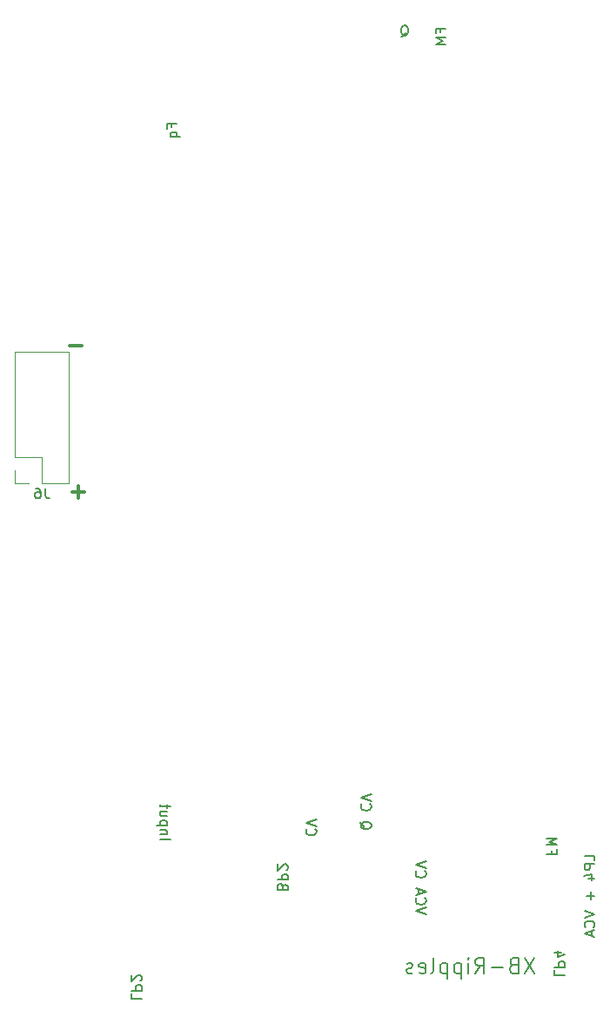
<source format=gbr>
G04 #@! TF.GenerationSoftware,KiCad,Pcbnew,(5.1.0)-1*
G04 #@! TF.CreationDate,2019-04-02T22:50:19-04:00*
G04 #@! TF.ProjectId,ripples,72697070-6c65-4732-9e6b-696361645f70,rev?*
G04 #@! TF.SameCoordinates,Original*
G04 #@! TF.FileFunction,Legend,Bot*
G04 #@! TF.FilePolarity,Positive*
%FSLAX46Y46*%
G04 Gerber Fmt 4.6, Leading zero omitted, Abs format (unit mm)*
G04 Created by KiCad (PCBNEW (5.1.0)-1) date 2019-04-02 22:50:19*
%MOMM*%
%LPD*%
G04 APERTURE LIST*
%ADD10C,0.150000*%
%ADD11C,0.200000*%
%ADD12C,0.300000*%
%ADD13C,0.120000*%
G04 APERTURE END LIST*
D10*
X105100380Y-129691238D02*
X105100380Y-129215047D01*
X104100380Y-129215047D01*
X105100380Y-130024571D02*
X104100380Y-130024571D01*
X104100380Y-130405523D01*
X104148000Y-130500761D01*
X104195619Y-130548380D01*
X104290857Y-130596000D01*
X104433714Y-130596000D01*
X104528952Y-130548380D01*
X104576571Y-130500761D01*
X104624190Y-130405523D01*
X104624190Y-130024571D01*
X104433714Y-131453142D02*
X105100380Y-131453142D01*
X104052761Y-131215047D02*
X104767047Y-130976952D01*
X104767047Y-131596000D01*
X104719428Y-132738857D02*
X104719428Y-133500761D01*
X105100380Y-133119809D02*
X104338476Y-133119809D01*
X104100380Y-134596000D02*
X105100380Y-134929333D01*
X104100380Y-135262666D01*
X105005142Y-136167428D02*
X105052761Y-136119809D01*
X105100380Y-135976952D01*
X105100380Y-135881714D01*
X105052761Y-135738857D01*
X104957523Y-135643619D01*
X104862285Y-135596000D01*
X104671809Y-135548380D01*
X104528952Y-135548380D01*
X104338476Y-135596000D01*
X104243238Y-135643619D01*
X104148000Y-135738857D01*
X104100380Y-135881714D01*
X104100380Y-135976952D01*
X104148000Y-136119809D01*
X104195619Y-136167428D01*
X104814666Y-136548380D02*
X104814666Y-137024571D01*
X105100380Y-136453142D02*
X104100380Y-136786476D01*
X105100380Y-137119809D01*
X74747428Y-132222761D02*
X74699809Y-132079904D01*
X74652190Y-132032285D01*
X74556952Y-131984666D01*
X74414095Y-131984666D01*
X74318857Y-132032285D01*
X74271238Y-132079904D01*
X74223619Y-132175142D01*
X74223619Y-132556095D01*
X75223619Y-132556095D01*
X75223619Y-132222761D01*
X75176000Y-132127523D01*
X75128380Y-132079904D01*
X75033142Y-132032285D01*
X74937904Y-132032285D01*
X74842666Y-132079904D01*
X74795047Y-132127523D01*
X74747428Y-132222761D01*
X74747428Y-132556095D01*
X74223619Y-131556095D02*
X75223619Y-131556095D01*
X75223619Y-131175142D01*
X75176000Y-131079904D01*
X75128380Y-131032285D01*
X75033142Y-130984666D01*
X74890285Y-130984666D01*
X74795047Y-131032285D01*
X74747428Y-131079904D01*
X74699809Y-131175142D01*
X74699809Y-131556095D01*
X75128380Y-130603714D02*
X75176000Y-130556095D01*
X75223619Y-130460857D01*
X75223619Y-130222761D01*
X75176000Y-130127523D01*
X75128380Y-130079904D01*
X75033142Y-130032285D01*
X74937904Y-130032285D01*
X74795047Y-130079904D01*
X74223619Y-130651333D01*
X74223619Y-130032285D01*
X88685619Y-134905428D02*
X87685619Y-134572095D01*
X88685619Y-134238761D01*
X87780857Y-133334000D02*
X87733238Y-133381619D01*
X87685619Y-133524476D01*
X87685619Y-133619714D01*
X87733238Y-133762571D01*
X87828476Y-133857809D01*
X87923714Y-133905428D01*
X88114190Y-133953047D01*
X88257047Y-133953047D01*
X88447523Y-133905428D01*
X88542761Y-133857809D01*
X88638000Y-133762571D01*
X88685619Y-133619714D01*
X88685619Y-133524476D01*
X88638000Y-133381619D01*
X88590380Y-133334000D01*
X87971333Y-132953047D02*
X87971333Y-132476857D01*
X87685619Y-133048285D02*
X88685619Y-132714952D01*
X87685619Y-132381619D01*
X87780857Y-130714952D02*
X87733238Y-130762571D01*
X87685619Y-130905428D01*
X87685619Y-131000666D01*
X87733238Y-131143523D01*
X87828476Y-131238761D01*
X87923714Y-131286380D01*
X88114190Y-131334000D01*
X88257047Y-131334000D01*
X88447523Y-131286380D01*
X88542761Y-131238761D01*
X88638000Y-131143523D01*
X88685619Y-131000666D01*
X88685619Y-130905428D01*
X88638000Y-130762571D01*
X88590380Y-130714952D01*
X88685619Y-130429238D02*
X87685619Y-130095904D01*
X88685619Y-129762571D01*
X101147619Y-140366666D02*
X101147619Y-140842857D01*
X102147619Y-140842857D01*
X101147619Y-140033333D02*
X102147619Y-140033333D01*
X102147619Y-139652380D01*
X102100000Y-139557142D01*
X102052380Y-139509523D01*
X101957142Y-139461904D01*
X101814285Y-139461904D01*
X101719047Y-139509523D01*
X101671428Y-139557142D01*
X101623809Y-139652380D01*
X101623809Y-140033333D01*
X101814285Y-138604761D02*
X101147619Y-138604761D01*
X102195238Y-138842857D02*
X101480952Y-139080952D01*
X101480952Y-138461904D01*
X59999619Y-142652666D02*
X59999619Y-143128857D01*
X60999619Y-143128857D01*
X59999619Y-142319333D02*
X60999619Y-142319333D01*
X60999619Y-141938380D01*
X60952000Y-141843142D01*
X60904380Y-141795523D01*
X60809142Y-141747904D01*
X60666285Y-141747904D01*
X60571047Y-141795523D01*
X60523428Y-141843142D01*
X60475809Y-141938380D01*
X60475809Y-142319333D01*
X60904380Y-141366952D02*
X60952000Y-141319333D01*
X60999619Y-141224095D01*
X60999619Y-140986000D01*
X60952000Y-140890761D01*
X60904380Y-140843142D01*
X60809142Y-140795523D01*
X60713904Y-140795523D01*
X60571047Y-140843142D01*
X59999619Y-141414571D01*
X59999619Y-140795523D01*
X100909428Y-128698571D02*
X100909428Y-129031904D01*
X100385619Y-129031904D02*
X101385619Y-129031904D01*
X101385619Y-128555714D01*
X100385619Y-128174761D02*
X101385619Y-128174761D01*
X100671333Y-127841428D01*
X101385619Y-127508095D01*
X100385619Y-127508095D01*
X82256380Y-125896571D02*
X82304000Y-125991809D01*
X82399238Y-126087047D01*
X82542095Y-126229904D01*
X82589714Y-126325142D01*
X82589714Y-126420380D01*
X82351619Y-126372761D02*
X82399238Y-126468000D01*
X82494476Y-126563238D01*
X82684952Y-126610857D01*
X83018285Y-126610857D01*
X83208761Y-126563238D01*
X83304000Y-126468000D01*
X83351619Y-126372761D01*
X83351619Y-126182285D01*
X83304000Y-126087047D01*
X83208761Y-125991809D01*
X83018285Y-125944190D01*
X82684952Y-125944190D01*
X82494476Y-125991809D01*
X82399238Y-126087047D01*
X82351619Y-126182285D01*
X82351619Y-126372761D01*
X82446857Y-124182285D02*
X82399238Y-124229904D01*
X82351619Y-124372761D01*
X82351619Y-124468000D01*
X82399238Y-124610857D01*
X82494476Y-124706095D01*
X82589714Y-124753714D01*
X82780190Y-124801333D01*
X82923047Y-124801333D01*
X83113523Y-124753714D01*
X83208761Y-124706095D01*
X83304000Y-124610857D01*
X83351619Y-124468000D01*
X83351619Y-124372761D01*
X83304000Y-124229904D01*
X83256380Y-124182285D01*
X83351619Y-123896571D02*
X82351619Y-123563238D01*
X83351619Y-123229904D01*
X77112857Y-126611047D02*
X77065238Y-126658666D01*
X77017619Y-126801523D01*
X77017619Y-126896761D01*
X77065238Y-127039619D01*
X77160476Y-127134857D01*
X77255714Y-127182476D01*
X77446190Y-127230095D01*
X77589047Y-127230095D01*
X77779523Y-127182476D01*
X77874761Y-127134857D01*
X77970000Y-127039619D01*
X78017619Y-126896761D01*
X78017619Y-126801523D01*
X77970000Y-126658666D01*
X77922380Y-126611047D01*
X78017619Y-126325333D02*
X77017619Y-125992000D01*
X78017619Y-125658666D01*
X62793619Y-127626857D02*
X63793619Y-127626857D01*
X63460285Y-127150666D02*
X62793619Y-127150666D01*
X63365047Y-127150666D02*
X63412666Y-127103047D01*
X63460285Y-127007809D01*
X63460285Y-126864952D01*
X63412666Y-126769714D01*
X63317428Y-126722095D01*
X62793619Y-126722095D01*
X63460285Y-126245904D02*
X62460285Y-126245904D01*
X63412666Y-126245904D02*
X63460285Y-126150666D01*
X63460285Y-125960190D01*
X63412666Y-125864952D01*
X63365047Y-125817333D01*
X63269809Y-125769714D01*
X62984095Y-125769714D01*
X62888857Y-125817333D01*
X62841238Y-125864952D01*
X62793619Y-125960190D01*
X62793619Y-126150666D01*
X62841238Y-126245904D01*
X63460285Y-124912571D02*
X62793619Y-124912571D01*
X63460285Y-125341142D02*
X62936476Y-125341142D01*
X62841238Y-125293523D01*
X62793619Y-125198285D01*
X62793619Y-125055428D01*
X62841238Y-124960190D01*
X62888857Y-124912571D01*
X63460285Y-124579238D02*
X63460285Y-124198285D01*
X63793619Y-124436380D02*
X62936476Y-124436380D01*
X62841238Y-124388761D01*
X62793619Y-124293523D01*
X62793619Y-124198285D01*
X90098571Y-49101428D02*
X90098571Y-48768095D01*
X90622380Y-48768095D02*
X89622380Y-48768095D01*
X89622380Y-49244285D01*
X90622380Y-49625238D02*
X89622380Y-49625238D01*
X90336666Y-49958571D01*
X89622380Y-50291904D01*
X90622380Y-50291904D01*
X86233047Y-49569619D02*
X86328285Y-49522000D01*
X86423523Y-49426761D01*
X86566380Y-49283904D01*
X86661619Y-49236285D01*
X86756857Y-49236285D01*
X86709238Y-49474380D02*
X86804476Y-49426761D01*
X86899714Y-49331523D01*
X86947333Y-49141047D01*
X86947333Y-48807714D01*
X86899714Y-48617238D01*
X86804476Y-48522000D01*
X86709238Y-48474380D01*
X86518761Y-48474380D01*
X86423523Y-48522000D01*
X86328285Y-48617238D01*
X86280666Y-48807714D01*
X86280666Y-49141047D01*
X86328285Y-49331523D01*
X86423523Y-49426761D01*
X86518761Y-49474380D01*
X86709238Y-49474380D01*
X63936571Y-58364476D02*
X63936571Y-58031142D01*
X64460380Y-58031142D02*
X63460380Y-58031142D01*
X63460380Y-58507333D01*
X63793714Y-59316857D02*
X64793714Y-59316857D01*
X64412761Y-59316857D02*
X64460380Y-59221619D01*
X64460380Y-59031142D01*
X64412761Y-58935904D01*
X64365142Y-58888285D01*
X64269904Y-58840666D01*
X63984190Y-58840666D01*
X63888952Y-58888285D01*
X63841333Y-58935904D01*
X63793714Y-59031142D01*
X63793714Y-59221619D01*
X63841333Y-59316857D01*
D11*
X99249714Y-139132571D02*
X98249714Y-140632571D01*
X98249714Y-139132571D02*
X99249714Y-140632571D01*
X97178285Y-139846857D02*
X96964000Y-139918285D01*
X96892571Y-139989714D01*
X96821142Y-140132571D01*
X96821142Y-140346857D01*
X96892571Y-140489714D01*
X96964000Y-140561142D01*
X97106857Y-140632571D01*
X97678285Y-140632571D01*
X97678285Y-139132571D01*
X97178285Y-139132571D01*
X97035428Y-139204000D01*
X96964000Y-139275428D01*
X96892571Y-139418285D01*
X96892571Y-139561142D01*
X96964000Y-139704000D01*
X97035428Y-139775428D01*
X97178285Y-139846857D01*
X97678285Y-139846857D01*
X96178285Y-140061142D02*
X95035428Y-140061142D01*
X93464000Y-140632571D02*
X93964000Y-139918285D01*
X94321142Y-140632571D02*
X94321142Y-139132571D01*
X93749714Y-139132571D01*
X93606857Y-139204000D01*
X93535428Y-139275428D01*
X93464000Y-139418285D01*
X93464000Y-139632571D01*
X93535428Y-139775428D01*
X93606857Y-139846857D01*
X93749714Y-139918285D01*
X94321142Y-139918285D01*
X92821142Y-140632571D02*
X92821142Y-139632571D01*
X92821142Y-139132571D02*
X92892571Y-139204000D01*
X92821142Y-139275428D01*
X92749714Y-139204000D01*
X92821142Y-139132571D01*
X92821142Y-139275428D01*
X92106857Y-139632571D02*
X92106857Y-141132571D01*
X92106857Y-139704000D02*
X91964000Y-139632571D01*
X91678285Y-139632571D01*
X91535428Y-139704000D01*
X91464000Y-139775428D01*
X91392571Y-139918285D01*
X91392571Y-140346857D01*
X91464000Y-140489714D01*
X91535428Y-140561142D01*
X91678285Y-140632571D01*
X91964000Y-140632571D01*
X92106857Y-140561142D01*
X90749714Y-139632571D02*
X90749714Y-141132571D01*
X90749714Y-139704000D02*
X90606857Y-139632571D01*
X90321142Y-139632571D01*
X90178285Y-139704000D01*
X90106857Y-139775428D01*
X90035428Y-139918285D01*
X90035428Y-140346857D01*
X90106857Y-140489714D01*
X90178285Y-140561142D01*
X90321142Y-140632571D01*
X90606857Y-140632571D01*
X90749714Y-140561142D01*
X89178285Y-140632571D02*
X89321142Y-140561142D01*
X89392571Y-140418285D01*
X89392571Y-139132571D01*
X88035428Y-140561142D02*
X88178285Y-140632571D01*
X88464000Y-140632571D01*
X88606857Y-140561142D01*
X88678285Y-140418285D01*
X88678285Y-139846857D01*
X88606857Y-139704000D01*
X88464000Y-139632571D01*
X88178285Y-139632571D01*
X88035428Y-139704000D01*
X87964000Y-139846857D01*
X87964000Y-139989714D01*
X88678285Y-140132571D01*
X87392571Y-140561142D02*
X87249714Y-140632571D01*
X86964000Y-140632571D01*
X86821142Y-140561142D01*
X86749714Y-140418285D01*
X86749714Y-140346857D01*
X86821142Y-140204000D01*
X86964000Y-140132571D01*
X87178285Y-140132571D01*
X87321142Y-140061142D01*
X87392571Y-139918285D01*
X87392571Y-139846857D01*
X87321142Y-139704000D01*
X87178285Y-139632571D01*
X86964000Y-139632571D01*
X86821142Y-139704000D01*
D12*
X54038571Y-79609142D02*
X55181428Y-79609142D01*
X54292571Y-93833142D02*
X55435428Y-93833142D01*
X54864000Y-94404571D02*
X54864000Y-93261714D01*
D13*
X48708000Y-80204000D02*
X53908000Y-80204000D01*
X48708000Y-90424000D02*
X48708000Y-80204000D01*
X53908000Y-93024000D02*
X53908000Y-80204000D01*
X48708000Y-90424000D02*
X51308000Y-90424000D01*
X51308000Y-90424000D02*
X51308000Y-93024000D01*
X51308000Y-93024000D02*
X53908000Y-93024000D01*
X48708000Y-91694000D02*
X48708000Y-93024000D01*
X48708000Y-93024000D02*
X50038000Y-93024000D01*
D10*
X51641333Y-93476380D02*
X51641333Y-94190666D01*
X51688952Y-94333523D01*
X51784190Y-94428761D01*
X51927047Y-94476380D01*
X52022285Y-94476380D01*
X50736571Y-93476380D02*
X50927047Y-93476380D01*
X51022285Y-93524000D01*
X51069904Y-93571619D01*
X51165142Y-93714476D01*
X51212761Y-93904952D01*
X51212761Y-94285904D01*
X51165142Y-94381142D01*
X51117523Y-94428761D01*
X51022285Y-94476380D01*
X50831809Y-94476380D01*
X50736571Y-94428761D01*
X50688952Y-94381142D01*
X50641333Y-94285904D01*
X50641333Y-94047809D01*
X50688952Y-93952571D01*
X50736571Y-93904952D01*
X50831809Y-93857333D01*
X51022285Y-93857333D01*
X51117523Y-93904952D01*
X51165142Y-93952571D01*
X51212761Y-94047809D01*
M02*

</source>
